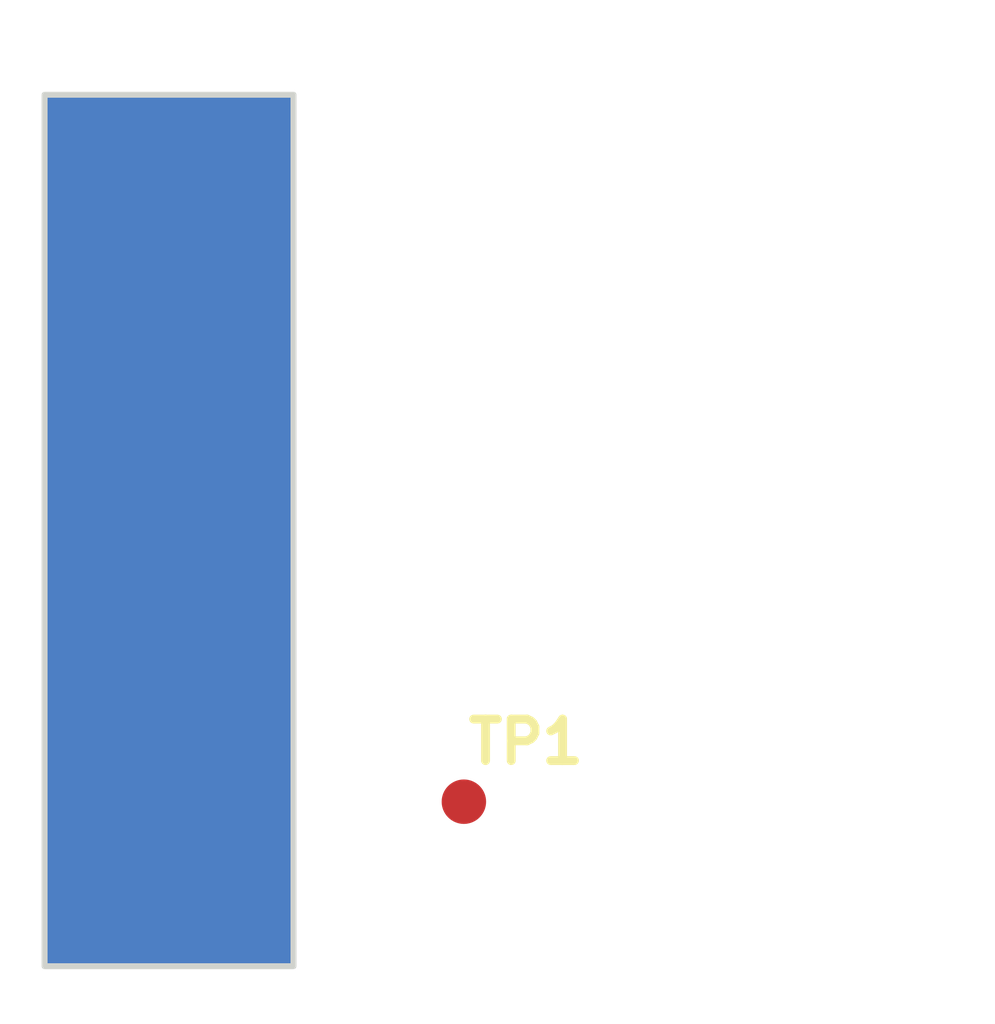
<source format=kicad_pcb>
(kicad_pcb (version 20221018) (generator pcbnew)
  (layers (0 "F.Cu" signal) (31 "B.Cu" signal) (34 "B.Paste" user) (35 "F.Paste" user) (36 "B.SilkS" user "B.Silkscreen") (37 "F.SilkS" user "F.Silkscreen") (38 "B.Mask" user) (39 "F.Mask" user) (44 "Edge.Cuts" user))
  (net 0 "")
  (net 1 "/net")
  (footprint "antmicro-footprints:TP_SMD_0.75mm" (layer "F.Cu") (at 148.775 95.925)
    (fp_text reference "TP1" (at 0 -0.6) (layer "F.SilkS") (effects (font (size 0.7 0.7)) (justify left bottom)))
    (fp_text value "TP_0.75mm_SMD")
    (pad "1" smd circle (at 0 0) (size 0.75 0.75) (layers "F.Cu" "F.Mask") (net 1 "/net"))
  )
  (footprint "footprints:Simulation_Port" (layer "F.Cu") (at 144.1 84.25 180)
    (fp_text reference "SP2")
    (fp_text value "Simulation_Port" hide)
  )
  (footprint "footprints:Simulation_Port" (layer "F.Cu") (at 142.525 97.85)
    (fp_text reference "SP1")
    (fp_text value "Simulation_Port" hide)
  )
  (gr_rect (start 141.7 84) (end 145.9 98.7) (stroke (width 0.1)) (fill none) (layer "Edge.Cuts"))
  (segment (start 143.67 94.62) (end 143.69 94.6) (width 0.2) (layer "F.Cu") (net 1))
  (segment (start 144.22 86.09) (end 144.77 86.09) (width 0.2) (layer "F.Cu") (net 1))
  (segment (start 143.44 94.06) (end 143.2 94.3) (width 0.2) (layer "F.Cu") (net 1))
  (segment (start 144.25 93.4) (end 143.95 93.4) (width 0.2) (layer "F.Cu") (net 1))
  (segment (start 143.82 93.53) (end 143.82 93.73) (width 0.2) (layer "F.Cu") (net 1))
  (segment (start 143.97 90.44) (end 143.97 90.54) (width 0.2) (layer "F.Cu") (net 1))
  (segment (start 143.82 93.73) (end 144.1 94.01) (width 0.2) (layer "F.Cu") (net 1))
  (segment (start 144.07 84.74) (end 144.47 85.14) (width 0.2) (layer "F.Cu") (net 1))
  (segment (start 144.47 88.64) (end 144.47 88.74) (width 0.2) (layer "F.Cu") (net 1))
  (segment (start 144.47 93.18) (end 144.25 93.4) (width 0.2) (layer "F.Cu") (net 1))
  (segment (start 143.95 93.4) (end 143.82 93.53) (width 0.2) (layer "F.Cu") (net 1))
  (segment (start 142.51 96.24) (end 142.51 97.7) (width 0.2) (layer "F.Cu") (net 1))
  (segment (start 144.1 94.92) (end 143.88 95.14) (width 0.2) (layer "F.Cu") (net 1))
  (segment (start 144.47 89.84) (end 144.47 89.94) (width 0.2) (layer "F.Cu") (net 1))
  (segment (start 144.47 91.04) (end 144.47 91.14) (width 0.2) (layer "F.Cu") (net 1))
  (segment (start 144.77 86.69) (end 144.22 86.69) (width 0.2) (layer "F.Cu") (net 1))
  (segment (start 142.94 95.81) (end 142.51 96.24) (width 0.2) (layer "F.Cu") (net 1))
  (segment (start 143.97 89.24) (end 143.97 89.34) (width 0.2) (layer "F.Cu") (net 1))
  (segment (start 143.67 95.05) (end 143.67 94.62) (width 0.2) (layer "F.Cu") (net 1))
  (segment (start 144.57 91.915) (end 144.57 92.415) (width 0.2) (layer "F.Cu") (net 1))
  (segment (start 143.2 95.68) (end 143.07 95.81) (width 0.2) (layer "F.Cu") (net 1))
  (segment (start 143.97 86.94) (end 143.97 87.04) (width 0.2) (layer "F.Cu") (net 1))
  (segment (start 143.76 95.14) (end 143.67 95.05) (width 0.2) (layer "F.Cu") (net 1))
  (segment (start 143.69 94.6) (end 143.69 94.2) (width 0.2) (layer "F.Cu") (net 1))
  (segment (start 144.47 92.515) (end 144.47 93.18) (width 0.2) (layer "F.Cu") (net 1))
  (segment (start 144.22 91.39) (end 144.22 91.74) (width 0.2) (layer "F.Cu") (net 1))
  (segment (start 143.69 94.2) (end 143.55 94.06) (width 0.2) (layer "F.Cu") (net 1))
  (segment (start 144.47 85.14) (end 144.47 85.24) (width 0.2) (layer "F.Cu") (net 1))
  (segment (start 144.1 94.01) (end 144.1 94.92) (width 0.2) (layer "F.Cu") (net 1))
  (segment (start 143.55 94.06) (end 143.44 94.06) (width 0.2) (layer "F.Cu") (net 1))
  (segment (start 144.345 91.865) (end 144.52 91.865) (width 0.2) (layer "F.Cu") (net 1))
  (segment (start 143.97 85.74) (end 143.97 85.84) (width 0.2) (layer "F.Cu") (net 1))
  (segment (start 143.07 95.81) (end 142.94 95.81) (width 0.2) (layer "F.Cu") (net 1))
  (segment (start 143.2 94.3) (end 143.2 95.68) (width 0.2) (layer "F.Cu") (net 1))
  (segment (start 143.88 95.14) (end 143.76 95.14) (width 0.2) (layer "F.Cu") (net 1))
  (segment (start 143.97 88.04) (end 143.97 88.14) (width 0.2) (layer "F.Cu") (net 1))
  (arc (start 144.77 86.09) (mid 144.982132 86.177868) (end 145.07 86.39) (width 0.2) (layer "F.Cu") (net 1))
  (arc (start 144.22 89.59) (mid 144.396777 89.663223) (end 144.47 89.84) (width 0.2) (layer "F.Cu") (net 1))
  (arc (start 143.97 87.04) (mid 144.043223 87.216777) (end 144.22 87.29) (width 0.2) (layer "F.Cu") (net 1))
  (arc (start 144.22 90.19) (mid 144.043223 90.263223) (end 143.97 90.44) (width 0.2) (layer "F.Cu") (net 1))
  (arc (start 144.57 92.415) (mid 144.555355 92.450355) (end 144.52 92.465) (width 0.2) (layer "F.Cu") (net 1))
  (arc (start 144.22 86.69) (mid 144.043223 86.763223) (end 143.97 86.94) (width 0.2) (layer "F.Cu") (net 1))
  (arc (start 144.22 90.79) (mid 144.396777 90.863223) (end 144.47 91.04) (width 0.2) (layer "F.Cu") (net 1))
  (arc (start 144.47 89.94) (mid 144.396777 90.116777) (end 144.22 90.19) (width 0.2) (layer "F.Cu") (net 1))
  (arc (start 143.97 88.14) (mid 144.043223 88.316777) (end 144.22 88.39) (width 0.2) (layer "F.Cu") (net 1))
  (arc (start 144.345 91.265) (mid 144.256612 91.301612) (end 144.22 91.39) (width 0.2) (layer "F.Cu") (net 1))
  (arc (start 144.22 88.99) (mid 144.043223 89.063223) (end 143.97 89.24) (width 0.2) (layer "F.Cu") (net 1))
  (arc (start 144.22 87.79) (mid 144.043223 87.863223) (end 143.97 88.04) (width 0.2) (layer "F.Cu") (net 1))
  (arc (start 144.22 85.49) (mid 144.043223 85.563223) (end 143.97 85.74) (width 0.2) (layer "F.Cu") (net 1))
  (arc (start 144.47 88.74) (mid 144.396777 88.916777) (end 144.22 88.99) (width 0.2) (layer "F.Cu") (net 1))
  (arc (start 144.47 87.54) (mid 144.396777 87.716777) (end 144.22 87.79) (width 0.2) (layer "F.Cu") (net 1))
  (arc (start 144.22 87.29) (mid 144.396777 87.363223) (end 144.47 87.54) (width 0.2) (layer "F.Cu") (net 1))
  (arc (start 144.47 91.14) (mid 144.433388 91.228388) (end 144.345 91.265) (width 0.2) (layer "F.Cu") (net 1))
  (arc (start 143.97 85.84) (mid 144.043223 86.016777) (end 144.22 86.09) (width 0.2) (layer "F.Cu") (net 1))
  (arc (start 145.07 86.39) (mid 144.982132 86.602132) (end 144.77 86.69) (width 0.2) (layer "F.Cu") (net 1))
  (arc (start 143.97 90.54) (mid 144.043223 90.716777) (end 144.22 90.79) (width 0.2) (layer "F.Cu") (net 1))
  (arc (start 144.52 91.865) (mid 144.555355 91.879645) (end 144.57 91.915) (width 0.2) (layer "F.Cu") (net 1))
  (arc (start 143.97 89.34) (mid 144.043223 89.516777) (end 144.22 89.59) (width 0.2) (layer "F.Cu") (net 1))
  (arc (start 144.22 91.74) (mid 144.256612 91.828388) (end 144.345 91.865) (width 0.2) (layer "F.Cu") (net 1))
  (arc (start 144.52 92.465) (mid 144.484645 92.479645) (end 144.47 92.515) (width 0.2) (layer "F.Cu") (net 1))
  (arc (start 144.47 85.24) (mid 144.396777 85.416777) (end 144.22 85.49) (width 0.2) (layer "F.Cu") (net 1))
  (arc (start 144.22 88.39) (mid 144.396777 88.463223) (end 144.47 88.64) (width 0.2) (layer "F.Cu") (net 1))
  (zone (net 0) (net_name "") (layer "B.Cu") (connect_pads (clearance 0.5)) (min_thickness 0.25) (fill yes (thermal_gap 0.5) (thermal_bridge_width 0.5) (island_removal_mode 1) (island_area_min 10))
    (polygon (pts (xy 141.7 84) (xy 145.9 84) (xy 145.9 98.7) (xy 141.7 98.7)))
  )
)
</source>
